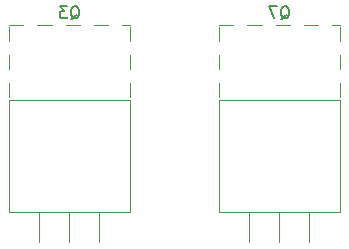
<source format=gbr>
G04 #@! TF.GenerationSoftware,KiCad,Pcbnew,5.0.0*
G04 #@! TF.CreationDate,2018-10-18T22:04:33+02:00*
G04 #@! TF.ProjectId,module_8x_100VDC_16A_out,6D6F64756C655F38785F313030564443,rev?*
G04 #@! TF.SameCoordinates,Original*
G04 #@! TF.FileFunction,Legend,Bot*
G04 #@! TF.FilePolarity,Positive*
%FSLAX46Y46*%
G04 Gerber Fmt 4.6, Leading zero omitted, Abs format (unit mm)*
G04 Created by KiCad (PCBNEW 5.0.0) date Thu Oct 18 22:04:33 2018*
%MOMM*%
%LPD*%
G01*
G04 APERTURE LIST*
%ADD10C,0.120000*%
%ADD11C,0.150000*%
G04 APERTURE END LIST*
D10*
G04 #@! TO.C,Q3*
X72350000Y-172840000D02*
X82590000Y-172840000D01*
X72350000Y-163350000D02*
X82590000Y-163350000D01*
X72350000Y-172840000D02*
X72350000Y-163350000D01*
X82590000Y-172840000D02*
X82590000Y-163350000D01*
X72350000Y-156950000D02*
X73550000Y-156950000D01*
X74749000Y-156950000D02*
X75950000Y-156950000D01*
X77150000Y-156950000D02*
X78350000Y-156950000D01*
X79550000Y-156950000D02*
X80750000Y-156950000D01*
X81950000Y-156950000D02*
X82590000Y-156950000D01*
X72350000Y-163110000D02*
X72350000Y-161910000D01*
X72350000Y-160710000D02*
X72350000Y-159510000D01*
X72350000Y-158310000D02*
X72350000Y-157110000D01*
X82590000Y-163110000D02*
X82590000Y-161910000D01*
X82590000Y-160710000D02*
X82590000Y-159510000D01*
X82590000Y-158310000D02*
X82590000Y-157110000D01*
X74930000Y-175380000D02*
X74930000Y-172840000D01*
X77470000Y-175380000D02*
X77470000Y-172840000D01*
X80010000Y-175380000D02*
X80010000Y-172840000D01*
G04 #@! TO.C,Q7*
X90130000Y-172840000D02*
X100370000Y-172840000D01*
X90130000Y-163350000D02*
X100370000Y-163350000D01*
X90130000Y-172840000D02*
X90130000Y-163350000D01*
X100370000Y-172840000D02*
X100370000Y-163350000D01*
X90130000Y-156950000D02*
X91330000Y-156950000D01*
X92529000Y-156950000D02*
X93730000Y-156950000D01*
X94930000Y-156950000D02*
X96130000Y-156950000D01*
X97330000Y-156950000D02*
X98530000Y-156950000D01*
X99730000Y-156950000D02*
X100370000Y-156950000D01*
X90130000Y-163110000D02*
X90130000Y-161910000D01*
X90130000Y-160710000D02*
X90130000Y-159510000D01*
X90130000Y-158310000D02*
X90130000Y-157110000D01*
X100370000Y-163110000D02*
X100370000Y-161910000D01*
X100370000Y-160710000D02*
X100370000Y-159510000D01*
X100370000Y-158310000D02*
X100370000Y-157110000D01*
X92710000Y-175380000D02*
X92710000Y-172840000D01*
X95250000Y-175380000D02*
X95250000Y-172840000D01*
X97790000Y-175380000D02*
X97790000Y-172840000D01*
G04 #@! TO.C,Q3*
D11*
X77565238Y-156497619D02*
X77660476Y-156450000D01*
X77755714Y-156354761D01*
X77898571Y-156211904D01*
X77993809Y-156164285D01*
X78089047Y-156164285D01*
X78041428Y-156402380D02*
X78136666Y-156354761D01*
X78231904Y-156259523D01*
X78279523Y-156069047D01*
X78279523Y-155735714D01*
X78231904Y-155545238D01*
X78136666Y-155450000D01*
X78041428Y-155402380D01*
X77850952Y-155402380D01*
X77755714Y-155450000D01*
X77660476Y-155545238D01*
X77612857Y-155735714D01*
X77612857Y-156069047D01*
X77660476Y-156259523D01*
X77755714Y-156354761D01*
X77850952Y-156402380D01*
X78041428Y-156402380D01*
X77279523Y-155402380D02*
X76660476Y-155402380D01*
X76993809Y-155783333D01*
X76850952Y-155783333D01*
X76755714Y-155830952D01*
X76708095Y-155878571D01*
X76660476Y-155973809D01*
X76660476Y-156211904D01*
X76708095Y-156307142D01*
X76755714Y-156354761D01*
X76850952Y-156402380D01*
X77136666Y-156402380D01*
X77231904Y-156354761D01*
X77279523Y-156307142D01*
G04 #@! TO.C,Q7*
X95345238Y-156497619D02*
X95440476Y-156450000D01*
X95535714Y-156354761D01*
X95678571Y-156211904D01*
X95773809Y-156164285D01*
X95869047Y-156164285D01*
X95821428Y-156402380D02*
X95916666Y-156354761D01*
X96011904Y-156259523D01*
X96059523Y-156069047D01*
X96059523Y-155735714D01*
X96011904Y-155545238D01*
X95916666Y-155450000D01*
X95821428Y-155402380D01*
X95630952Y-155402380D01*
X95535714Y-155450000D01*
X95440476Y-155545238D01*
X95392857Y-155735714D01*
X95392857Y-156069047D01*
X95440476Y-156259523D01*
X95535714Y-156354761D01*
X95630952Y-156402380D01*
X95821428Y-156402380D01*
X95059523Y-155402380D02*
X94392857Y-155402380D01*
X94821428Y-156402380D01*
G04 #@! TD*
M02*

</source>
